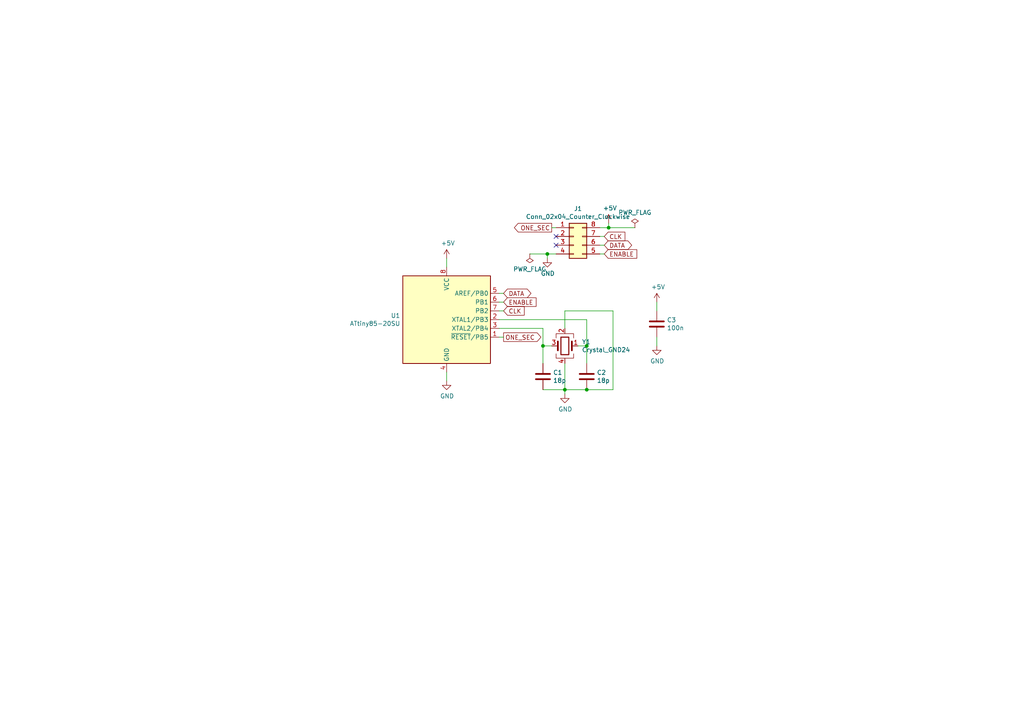
<source format=kicad_sch>
(kicad_sch (version 20211123) (generator eeschema)
  (paper "A4")
  (title_block (title "ATTinyRTC") (company "Phil Greenland"))
  (lib_symbols
    (symbol "Connector_Generic:Conn_02x04_Counter_Clockwise" (pin_names (offset 1.016) hide)
      (property "Reference" "J" (at 1.27 5.08 0))
      (property "Value" "Conn_02x04_Counter_Clockwise" (at 1.27 -7.62 0))
      (symbol "Conn_02x04_Counter_Clockwise_1_1"
        (rectangle (start -1.27 -4.953) (end 0 -5.207) (stroke (width 0.1524)))
        (rectangle (start -1.27 -2.413) (end 0 -2.667) (stroke (width 0.1524)))
        (rectangle (start -1.27 0.127) (end 0 -0.127) (stroke (width 0.1524)))
        (rectangle (start -1.27 2.667) (end 0 2.413) (stroke (width 0.1524)))
        (rectangle (start -1.27 3.81) (end 3.81 -6.35) (stroke (width 0.254)) (fill (type background)))
        (rectangle (start 3.81 -4.953) (end 2.54 -5.207) (stroke (width 0.1524)))
        (rectangle (start 3.81 -2.413) (end 2.54 -2.667) (stroke (width 0.1524)))
        (rectangle (start 3.81 0.127) (end 2.54 -0.127) (stroke (width 0.1524)))
        (rectangle (start 3.81 2.667) (end 2.54 2.413) (stroke (width 0.1524)))
        (pin passive line (at -5.08 2.54 0) (length 3.81) (name "Pin_1") (number "1"))
        (pin passive line (at -5.08 0 0) (length 3.81) (name "Pin_2") (number "2"))
        (pin passive line (at -5.08 -2.54 0) (length 3.81) (name "Pin_3") (number "3"))
        (pin passive line (at -5.08 -5.08 0) (length 3.81) (name "Pin_4") (number "4"))
        (pin passive line (at 7.62 -5.08 180) (length 3.81) (name "Pin_5") (number "5"))
        (pin passive line (at 7.62 -2.54 180) (length 3.81) (name "Pin_6") (number "6"))
        (pin passive line (at 7.62 0 180) (length 3.81) (name "Pin_7") (number "7"))
        (pin passive line (at 7.62 2.54 180) (length 3.81) (name "Pin_8") (number "8"))
      )
    )
    (symbol "Device:C" (pin_numbers hide) (pin_names (offset 0.254))
      (property "Reference" "C" (at 0.635 2.54 0))
      (property "Value" "C" (at 0.635 -2.54 0))
      (symbol "C_0_1"
        (polyline (pts (xy -2.032 -0.762) (xy 2.032 -0.762)) (stroke (width 0.508)))
        (polyline (pts (xy -2.032 0.762) (xy 2.032 0.762)) (stroke (width 0.508)))
      )
      (symbol "C_1_1"
        (pin passive line (at 0 3.81 270) (length 2.794) (name "~") (number "1"))
        (pin passive line (at 0 -3.81 90) (length 2.794) (name "~") (number "2"))
      )
    )
    (symbol "Device:Crystal_GND24" (pin_names (offset 1.016) hide)
      (property "Reference" "Y" (at 3.175 5.08 0))
      (property "Value" "Crystal_GND24" (at 3.175 3.175 0))
      (symbol "Crystal_GND24_0_1"
        (rectangle (start -1.143 2.54) (end 1.143 -2.54) (stroke (width 0.3048)))
        (polyline (pts (xy -2.54 0) (xy -2.032 0)))
        (polyline (pts (xy -2.032 -1.27) (xy -2.032 1.27)) (stroke (width 0.508)))
        (polyline (pts (xy 0 -3.81) (xy 0 -3.556)))
        (polyline (pts (xy 0 3.556) (xy 0 3.81)))
        (polyline (pts (xy 2.032 -1.27) (xy 2.032 1.27)) (stroke (width 0.508)))
        (polyline (pts (xy 2.032 0) (xy 2.54 0)))
        (polyline (pts (xy -2.54 -2.286) (xy -2.54 -3.556) (xy 2.54 -3.556) (xy 2.54 -2.286)))
        (polyline (pts (xy -2.54 2.286) (xy -2.54 3.556) (xy 2.54 3.556) (xy 2.54 2.286)))
      )
      (symbol "Crystal_GND24_1_1"
        (pin passive line (at -3.81 0 0) (length 1.27) (name "1") (number "1"))
        (pin passive line (at 0 5.08 270) (length 1.27) (name "2") (number "2"))
        (pin passive line (at 3.81 0 180) (length 1.27) (name "3") (number "3"))
        (pin passive line (at 0 -5.08 90) (length 1.27) (name "4") (number "4"))
      )
    )
    (symbol "MCU_Microchip_ATtiny:ATtiny85-20S"
      (property "Reference" "U" (at -12.7 13.97 0))
      (property "Value" "ATtiny85-20S" (at 2.54 -13.97 0))
      (symbol "ATtiny85-20S_0_1"
        (rectangle (start -12.7 -12.7) (end 12.7 12.7) (stroke (width 0.254)) (fill (type background)))
      )
      (symbol "ATtiny85-20S_1_1"
        (pin bidirectional line (at 15.24 -5.08 180) (length 2.54) (name "~{RESET}/PB5") (number "1"))
        (pin bidirectional line (at 15.24 0 180) (length 2.54) (name "XTAL1/PB3") (number "2"))
        (pin bidirectional line (at 15.24 -2.54 180) (length 2.54) (name "XTAL2/PB4") (number "3"))
        (pin power_in line (at 0 -15.24 90) (length 2.54) (name "GND") (number "4"))
        (pin bidirectional line (at 15.24 7.62 180) (length 2.54) (name "AREF/PB0") (number "5"))
        (pin bidirectional line (at 15.24 5.08 180) (length 2.54) (name "PB1") (number "6"))
        (pin bidirectional line (at 15.24 2.54 180) (length 2.54) (name "PB2") (number "7"))
        (pin power_in line (at 0 15.24 270) (length 2.54) (name "VCC") (number "8"))
      )
    )
    (symbol "power:+5V" (power) (pin_names (offset 0))
      (property "Value" "+5V" (at 0 3.556 0))
      (symbol "+5V_0_1"
        (polyline (pts (xy -0.762 1.27) (xy 0 2.54)))
        (polyline (pts (xy 0 0) (xy 0 2.54)))
        (polyline (pts (xy 0 2.54) (xy 0.762 1.27)))
      )
      (symbol "+5V_1_1"
        (pin power_in line (at 0 0 90) (length 0) hide (name "+5V") (number "1"))
      )
    )
    (symbol "power:GND" (power) (pin_names (offset 0))
      (property "Value" "GND" (at 0 -3.81 0))
      (symbol "GND_0_1"
        (polyline (pts (xy 0 0) (xy 0 -1.27) (xy 1.27 -1.27) (xy 0 -2.54) (xy -1.27 -1.27) (xy 0 -1.27)))
      )
      (symbol "GND_1_1"
        (pin power_in line (at 0 0 270) (length 0) hide (name "GND") (number "1"))
      )
    )
    (symbol "power:PWR_FLAG" (power) (pin_numbers hide) (pin_names (offset 0) hide)
      (property "Value" "PWR_FLAG" (at 0 3.81 0))
      (symbol "PWR_FLAG_0_0"
        (pin power_out line (at 0 0 90) (length 0) (name "pwr") (number "1"))
      )
      (symbol "PWR_FLAG_0_1"
        (polyline (pts (xy 0 0) (xy 0 1.27) (xy -1.016 1.905) (xy 0 2.54) (xy 1.016 1.905) (xy 0 1.27)))
      )
    )
  )
  (junction (at 163.83 113.03))
  (junction (at 176.53 66.04))
  (junction (at 170.18 113.03))
  (junction (at 170.18 100.33))
  (junction (at 157.48 100.33))
  (junction (at 158.75 73.66))
  (no_connect (at 161.29 68.58))
  (no_connect (at 161.29 71.12))
  (wire (pts (xy 163.83 90.17) (xy 177.8 90.17)))
  (wire (pts (xy 146.05 97.79) (xy 144.78 97.79)))
  (wire (pts (xy 170.18 100.33) (xy 170.18 105.41)))
  (wire (pts (xy 190.5 97.79) (xy 190.5 100.33)))
  (wire (pts (xy 173.99 71.12) (xy 175.26 71.12)))
  (wire (pts (xy 146.05 87.63) (xy 144.78 87.63)))
  (wire (pts (xy 163.83 113.03) (xy 157.48 113.03)))
  (wire (pts (xy 160.02 100.33) (xy 157.48 100.33)))
  (wire (pts (xy 167.64 100.33) (xy 170.18 100.33)))
  (wire (pts (xy 177.8 90.17) (xy 177.8 113.03)))
  (wire (pts (xy 170.18 92.71) (xy 170.18 100.33)))
  (wire (pts (xy 173.99 73.66) (xy 175.26 73.66)))
  (wire (pts (xy 173.99 66.04) (xy 176.53 66.04)))
  (wire (pts (xy 144.78 92.71) (xy 170.18 92.71)))
  (wire (pts (xy 190.5 87.63) (xy 190.5 90.17)))
  (wire (pts (xy 173.99 68.58) (xy 175.26 68.58)))
  (wire (pts (xy 163.83 95.25) (xy 163.83 90.17)))
  (wire (pts (xy 157.48 100.33) (xy 157.48 105.41)))
  (wire (pts (xy 177.8 113.03) (xy 170.18 113.03)))
  (wire (pts (xy 157.48 95.25) (xy 157.48 100.33)))
  (wire (pts (xy 176.53 66.04) (xy 176.53 64.77)))
  (wire (pts (xy 158.75 73.66) (xy 158.75 74.93)))
  (wire (pts (xy 163.83 105.41) (xy 163.83 113.03)))
  (wire (pts (xy 129.54 107.95) (xy 129.54 110.49)))
  (wire (pts (xy 146.05 85.09) (xy 144.78 85.09)))
  (wire (pts (xy 161.29 73.66) (xy 158.75 73.66)))
  (wire (pts (xy 153.67 73.66) (xy 158.75 73.66)))
  (wire (pts (xy 129.54 74.93) (xy 129.54 77.47)))
  (wire (pts (xy 144.78 95.25) (xy 157.48 95.25)))
  (wire (pts (xy 161.29 66.04) (xy 160.02 66.04)))
  (wire (pts (xy 170.18 113.03) (xy 163.83 113.03)))
  (wire (pts (xy 146.05 90.17) (xy 144.78 90.17)))
  (wire (pts (xy 176.53 66.04) (xy 184.15 66.04)))
  (wire (pts (xy 163.83 113.03) (xy 163.83 114.3)))
  (global_label "CLK" (shape input) (at 175.26 68.58 0) (property "Intersheet References" "${INTERSHEET_REFS}" (effects hide)))
  (global_label "CLK" (shape input) (at 146.05 90.17 0) (property "Intersheet References" "${INTERSHEET_REFS}" (effects hide)))
  (global_label "ONE_SEC" (shape output) (at 160.02 66.04 180) (property "Intersheet References" "${INTERSHEET_REFS}" (effects hide)))
  (global_label "ONE_SEC" (shape output) (at 146.05 97.79 0) (property "Intersheet References" "${INTERSHEET_REFS}" (effects hide)))
  (global_label "DATA" (shape bidirectional) (at 146.05 85.09 0) (property "Intersheet References" "${INTERSHEET_REFS}" (effects hide)))
  (global_label "ENABLE" (shape input) (at 146.05 87.63 0) (property "Intersheet References" "${INTERSHEET_REFS}" (effects hide)))
  (global_label "DATA" (shape bidirectional) (at 175.26 71.12 0) (property "Intersheet References" "${INTERSHEET_REFS}" (effects hide)))
  (global_label "ENABLE" (shape input) (at 175.26 73.66 0) (property "Intersheet References" "${INTERSHEET_REFS}" (effects hide)))
  (symbol (lib_id "MCU_Microchip_ATtiny:ATtiny85-20S") (at 129.54 92.71 0) (unit 1)
    (property "Reference" "U1" (at 116.1034 91.5416 0) (effects (justify right)))
    (property "Value" "ATtiny85-20SU" (at 116.1034 93.853 0) (effects (justify right)))
    (property "Footprint" "ATTinyRTC:SOIC-8W_5.3x5.3mm_P1.27mm" (effects hide))
    (property "Datasheet" "http://ww1.microchip.com/downloads/en/DeviceDoc/atmel-2586-avr-8-bit-microcontroller-attiny25-attiny45-attiny85_datasheet.pdf" (effects hide))
  )
  (symbol (lib_id "Device:Crystal_GND24") (at 163.83 100.33 0) (mirror y) (unit 1)
    (property "Reference" "Y1" (at 168.7576 99.1616 0) (effects (justify right)))
    (property "Value" "Crystal_GND24" (at 168.7576 101.473 0) (effects (justify right)))
    (property "Footprint" "Crystal:Crystal_SMD_Abracon_ABM8G-4Pin_3.2x2.5mm" (effects hide))
  )
  (symbol (lib_id "Device:C") (at 157.48 109.22 0) (unit 1)
    (property "Reference" "C1" (at 160.401 108.0516 0) (effects (justify left)))
    (property "Value" "18p" (at 160.401 110.363 0) (effects (justify left)))
    (property "Footprint" "Capacitor_SMD:C_0805_2012Metric" (effects hide))
  )
  (symbol (lib_id "Connector_Generic:Conn_02x04_Counter_Clockwise") (at 166.37 68.58 0) (unit 1)
    (property "Reference" "J1" (at 167.64 60.5282 0))
    (property "Value" "Conn_02x04_Counter_Clockwise" (at 167.64 62.8396 0))
    (property "Footprint" "ATTinyRTC:DIP-8_W7.62mm" (effects hide))
  )
  (symbol (lib_id "Device:C") (at 170.18 109.22 0) (unit 1)
    (property "Reference" "C2" (at 173.101 108.0516 0) (effects (justify left)))
    (property "Value" "18p" (at 173.101 110.363 0) (effects (justify left)))
    (property "Footprint" "Capacitor_SMD:C_0805_2012Metric" (effects hide))
  )
  (symbol (lib_id "Device:C") (at 190.5 93.98 0) (unit 1)
    (property "Reference" "C3" (at 193.421 92.8116 0) (effects (justify left)))
    (property "Value" "100n" (at 193.421 95.123 0) (effects (justify left)))
    (property "Footprint" "Capacitor_SMD:C_0805_2012Metric" (effects hide))
  )
  (symbol (lib_id "power:+5V") (at 129.54 74.93 0) (unit 1)
    (property "Reference" "#PWR0101" (effects hide))
    (property "Value" "+5V" (at 129.921 70.5358 0))
  )
  (symbol (lib_id "power:+5V") (at 190.5 87.63 0) (unit 1)
    (property "Reference" "#PWR0102" (effects hide))
    (property "Value" "+5V" (at 190.881 83.2358 0))
  )
  (symbol (lib_id "power:GND") (at 190.5 100.33 0) (unit 1)
    (property "Reference" "#PWR0103" (effects hide))
    (property "Value" "GND" (at 190.627 104.7242 0))
  )
  (symbol (lib_id "power:GND") (at 129.54 110.49 0) (unit 1)
    (property "Reference" "#PWR0104" (effects hide))
    (property "Value" "GND" (at 129.667 114.8842 0))
  )
  (symbol (lib_id "power:GND") (at 163.83 114.3 0) (unit 1)
    (property "Reference" "#PWR0105" (effects hide))
    (property "Value" "GND" (at 163.957 118.6942 0))
  )
  (symbol (lib_id "power:+5V") (at 176.53 64.77 0) (unit 1)
    (property "Reference" "#PWR0106" (effects hide))
    (property "Value" "+5V" (at 176.911 60.3758 0))
  )
  (symbol (lib_id "power:GND") (at 158.75 74.93 0) (unit 1)
    (property "Reference" "#PWR0107" (effects hide))
    (property "Value" "GND" (at 158.877 79.3242 0))
  )
  (symbol (lib_id "power:PWR_FLAG") (at 184.15 66.04 0) (unit 1)
    (property "Reference" "#FLG0101" (effects hide))
    (property "Value" "PWR_FLAG" (at 184.15 61.6458 0))
  )
  (symbol (lib_id "power:PWR_FLAG") (at 153.67 73.66 180) (unit 1)
    (property "Reference" "#FLG0102" (effects hide))
    (property "Value" "PWR_FLAG" (at 153.67 78.0542 0))
  )
)
</source>
